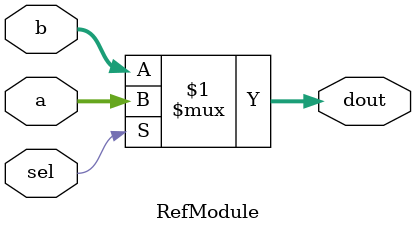
<source format=sv>

module RefModule (
  input sel,
  input [7:0] a,
  input [7:0] b,
  output reg [7:0] dout
);

  // assign dout = (~sel & a) | (sel & b);
  assign dout = sel ? a : b;

endmodule


</source>
